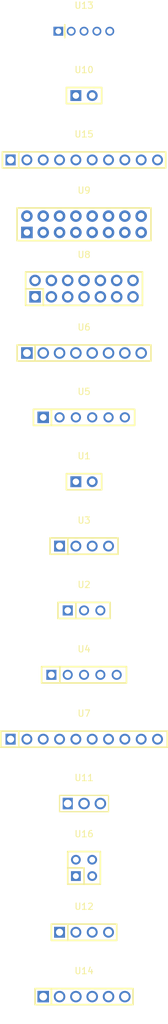
<source format=kicad_pcb>
(kicad_pcb (version 20241229) (generator "atopile") (generator_version "0.3.24")
  (layers (0 "F.Cu" signal) (31 "B.Cu" signal) (34 "B.Paste" user) (35 "F.Paste" user) (36 "B.SilkS" user "B.Silkscreen") (37 "F.SilkS" user "F.Silkscreen") (38 "B.Mask" user) (39 "F.Mask" user) (44 "Edge.Cuts" user))
  (net 0 "")
  (net 1 "female_1x10p_th-net-7")
  (net 2 "female_1x5p_th-net")
  (net 3 "male_1x3p_th-net-1")
  (net 4 "male_1x5p_th-net")
  (net 5 "female_2x8p_th-net-5")
  (net 6 "female_1x10p_th-net-2")
  (net 7 "female_2x7p_th-net-4")
  (net 8 "female_2x7p_th-net-13")
  (net 9 "male_1x10p_th-net-5")
  (net 10 "female_2x8p_th-net-4")
  (net 11 "male_1x6p_th-net")
  (net 12 "female_1x3p_th-net")
  (net 13 "male_1x10p_th-net")
  (net 14 "male_2x2p_th-net-2")
  (net 15 "female_1x8p_th-net")
  (net 16 "male_1x10p_th-net-1")
  (net 17 "female_2x7p_th-net-1")
  (net 18 "male_1x6p_th-net-1")
  (net 19 "female_2x7p_th-net")
  (net 20 "female_2x8p_th-net-9")
  (net 21 "male_1x6p_th-net-4")
  (net 22 "female_2x8p_th-net-7")
  (net 23 "female_1x4p_th-net-1")
  (net 24 "female_2x7p_th-net-2")
  (net 25 "male_1x5p_th-net-2")
  (net 26 "female_2x7p_th-net-6")
  (net 27 "male_1x6p_th-net-2")
  (net 28 "male_1x10p_th-net-9")
  (net 29 "female_2x7p_th-net-12")
  (net 30 "female_1x10p_th-net-9")
  (net 31 "female_1x5p_th-net-4")
  (net 32 "female_1x10p_th-net")
  (net 33 "male_1x10p_th-net-7")
  (net 34 "male_1x4p_th-net-1")
  (net 35 "female_1x5p_th-net-2")
  (net 36 "female_1x2p_th-net")
  (net 37 "male_1x10p_th-net-8")
  (net 38 "female_2x8p_th-net-3")
  (net 39 "male_1x5p_th-net-4")
  (net 40 "male_1x10p_th-net-6")
  (net 41 "female_1x4p_th-net-2")
  (net 42 "female_2x8p_th-net-6")
  (net 43 "female_2x8p_th-net-11")
  (net 44 "female_1x6p_th-net-5")
  (net 45 "male_2x2p_th-net-3")
  (net 46 "female_2x8p_th-net-8")
  (net 47 "female_2x7p_th-net-3")
  (net 48 "female_2x7p_th-net-11")
  (net 49 "female_2x8p_th-net-13")
  (net 50 "male_1x6p_th-net-5")
  (net 51 "male_1x3p_th-net")
  (net 52 "female_2x8p_th-net-1")
  (net 53 "female_1x5p_th-net-3")
  (net 54 "female_1x6p_th-net-2")
  (net 55 "female_1x8p_th-net-3")
  (net 56 "female_1x2p_th-net-1")
  (net 57 "male_1x4p_th-net")
  (net 58 "female_1x8p_th-net-5")
  (net 59 "male_1x4p_th-net-2")
  (net 60 "female_2x8p_th-net-2")
  (net 61 "female_1x5p_th-net-1")
  (net 62 "female_1x8p_th-net-1")
  (net 63 "female_1x8p_th-net-2")
  (net 64 "male_2x2p_th-net")
  (net 65 "female_1x6p_th-net")
  (net 66 "female_1x10p_th-net-1")
  (net 67 "female_1x10p_th-net-6")
  (net 68 "male_1x3p_th-net-2")
  (net 69 "female_1x3p_th-net-1")
  (net 70 "female_2x8p_th-net-15")
  (net 71 "male_1x10p_th-net-3")
  (net 72 "female_1x4p_th-net")
  (net 73 "male_1x5p_th-net-3")
  (net 74 "female_1x6p_th-net-1")
  (net 75 "female_2x8p_th-net-10")
  (net 76 "female_1x10p_th-net-3")
  (net 77 "female_1x3p_th-net-2")
  (net 78 "female_1x10p_th-net-5")
  (net 79 "male_1x5p_th-net-1")
  (net 80 "female_2x7p_th-net-8")
  (net 81 "male_1x10p_th-net-2")
  (net 82 "male_1x2p_th-net")
  (net 83 "female_1x10p_th-net-4")
  (net 84 "male_1x2p_th-net-1")
  (net 85 "male_2x2p_th-net-1")
  (net 86 "female_1x6p_th-net-3")
  (net 87 "female_2x7p_th-net-7")
  (net 88 "male_1x6p_th-net-3")
  (net 89 "female_1x8p_th-net-4")
  (net 90 "female_2x7p_th-net-5")
  (net 91 "female_2x7p_th-net-10")
  (net 92 "female_2x7p_th-net-9")
  (net 93 "female_2x8p_th-net-12")
  (net 94 "female_1x8p_th-net-6")
  (net 95 "female_1x10p_th-net-8")
  (net 96 "male_1x10p_th-net-4")
  (net 97 "female_1x4p_th-net-3")
  (net 98 "male_1x4p_th-net-3")
  (net 99 "female_2x8p_th-net-14")
  (net 100 "female_1x6p_th-net-4")
  (net 101 "female_1x8p_th-net-7")
  (net 102 "female_2x8p_th-net")
  (footprint "atopile:HDR-TH_6P-P2.54-V-M-1-857419" (layer "F.Cu") (at 0 0 0)
    (property "Reference" "U14" (at 0 -4 0) (layer "F.SilkS") (hide no))
    (property "Value" "")
    (fp_line (start 7.62 -1.25) (end -7.62 -1.25) (stroke (width 0.25)) (layer "F.SilkS"))
    (fp_line (start -7.62 1.25) (end 7.62 1.25) (stroke (width 0.25)) (layer "F.SilkS"))
    (fp_line (start 7.62 -1.25) (end 7.62 1.25) (stroke (width 0.25)) (layer "F.SilkS"))
    (fp_line (start -7.62 -1.25) (end -7.62 1.25) (stroke (width 0.25)) (layer "F.SilkS"))
    (fp_line (start -5.08 -1.25) (end -5.08 1.25) (stroke (width 0.25)) (layer "F.SilkS"))
    (fp_text user "${REFERENCE}" (at 0 -4 0) (layer "F.SilkS"))
    (pad "6" thru_hole circle (at 6.35 0 0) (size 1.8 1.8) (drill 1.1999975999999999) (layers "*.Cu" "*.Mask") (net 11 "male_1x6p_th-net"))
    (pad "5" thru_hole circle (at 3.81 0 0) (size 1.8 1.8) (drill 1.1999975999999999) (layers "*.Cu" "*.Mask") (net 27 "male_1x6p_th-net-2"))
    (pad "4" thru_hole circle (at 1.27 0 0) (size 1.8 1.8) (drill 1.1999975999999999) (layers "*.Cu" "*.Mask") (net 50 "male_1x6p_th-net-5"))
    (pad "3" thru_hole circle (at -1.27 0 0) (size 1.8 1.8) (drill 1.1999975999999999) (layers "*.Cu" "*.Mask") (net 21 "male_1x6p_th-net-4"))
    (pad "2" thru_hole circle (at -3.81 0 0) (size 1.8 1.8) (drill 1.1999975999999999) (layers "*.Cu" "*.Mask") (net 18 "male_1x6p_th-net-1"))
    (pad "1" thru_hole rect (at -6.35 0 0) (size 1.8 1.8) (drill 1.1999975999999999) (layers "*.Cu" "*.Mask") (net 88 "male_1x6p_th-net-3"))
  )
  (footprint "atopile:HDR-TH_4P-P2.54-V-M-a1c5d6" (layer "F.Cu") (at 0 -10 0)
    (property "Reference" "U12" (at 0 -4 0) (layer "F.SilkS") (hide no))
    (property "Value" "")
    (fp_line (start -2.52 -1.27) (end 5.08 -1.27) (stroke (width 0.25)) (layer "F.SilkS"))
    (fp_line (start 5.08 -1.27) (end 5.08 1.27) (stroke (width 0.25)) (layer "F.SilkS"))
    (fp_line (start 5.08 1.27) (end -5.08 1.27) (stroke (width 0.25)) (layer "F.SilkS"))
    (fp_line (start -5.08 1.27) (end -5.08 -1.27) (stroke (width 0.25)) (layer "F.SilkS"))
    (fp_line (start -5.08 -1.27) (end -2.52 -1.27) (stroke (width 0.25)) (layer "F.SilkS"))
    (fp_line (start -2.52 -1.27) (end -2.52 1.27) (stroke (width 0.25)) (layer "F.SilkS"))
    (fp_text user "${REFERENCE}" (at 0 -4 0) (layer "F.SilkS"))
    (pad "1" thru_hole rect (at -3.81 0 0) (size 1.7 1.7) (drill 1.1000231999999999) (layers "*.Cu" "*.Mask") (net 59 "male_1x4p_th-net-2"))
    (pad "2" thru_hole circle (at -1.27 0 0) (size 1.7 1.7) (drill 1.1000231999999999) (layers "*.Cu" "*.Mask") (net 57 "male_1x4p_th-net"))
    (pad "3" thru_hole circle (at 1.27 0 0) (size 1.7 1.7) (drill 1.1000231999999999) (layers "*.Cu" "*.Mask") (net 34 "male_1x4p_th-net-1"))
    (pad "4" thru_hole circle (at 3.81 0 0) (size 1.7 1.7) (drill 1.1000231999999999) (layers "*.Cu" "*.Mask") (net 98 "male_1x4p_th-net-3"))
  )
  (footprint "atopile:HDR-TH_4P-P2.54-V-M-R2-C2-S2.54-1-6face6" (layer "F.Cu") (at 0 -20 0)
    (property "Reference" "U16" (at 0 -5.27 0) (layer "F.SilkS") (hide no))
    (property "Value" "")
    (fp_line (start -2.54 -2.54) (end 2.54 -2.54) (stroke (width 0.25)) (layer "F.SilkS"))
    (fp_line (start 2.54 -2.54) (end 2.54 2.54) (stroke (width 0.25)) (layer "F.SilkS"))
    (fp_line (start 2.54 2.54) (end -2.54 2.54) (stroke (width 0.25)) (layer "F.SilkS"))
    (fp_line (start -2.54 2.54) (end -2.54 -2.54) (stroke (width 0.25)) (layer "F.SilkS"))
    (fp_line (start -2.54 0) (end 0 0) (stroke (width 0.25)) (layer "F.SilkS"))
    (fp_line (start 0 0) (end 0 2.54) (stroke (width 0.25)) (layer "F.SilkS"))
    (fp_text user "${REFERENCE}" (at 0 -5.27 0) (layer "F.SilkS"))
    (pad "1" thru_hole rect (at -1.27 1.27 0) (size 1.52 1.52) (drill 0.9144) (layers "*.Cu" "*.Mask") (net 85 "male_2x2p_th-net-1"))
    (pad "2" thru_hole circle (at -1.27 -1.27 0) (size 1.52 1.52) (drill 0.9144) (layers "*.Cu" "*.Mask") (net 14 "male_2x2p_th-net-2"))
    (pad "3" thru_hole circle (at 1.27 1.27 0) (size 1.52 1.52) (drill 0.9144) (layers "*.Cu" "*.Mask") (net 64 "male_2x2p_th-net"))
    (pad "4" thru_hole circle (at 1.27 -1.27 0) (size 1.52 1.52) (drill 0.9144) (layers "*.Cu" "*.Mask") (net 45 "male_2x2p_th-net-3"))
  )
  (footprint "atopile:HDR-TH_3P-P2.54-V-M-1-04b1f3" (layer "F.Cu") (at 0 -30 0)
    (property "Reference" "U11" (at 0 -4 0) (layer "F.SilkS") (hide no))
    (property "Value" "")
    (fp_line (start -1.9 -1.27) (end -3.81 -1.27) (stroke (width 0.2)) (layer "F.SilkS"))
    (fp_line (start -3.81 -1.27) (end -3.81 1.27) (stroke (width 0.2)) (layer "F.SilkS"))
    (fp_line (start -3.81 1.27) (end 3.81 1.27) (stroke (width 0.2)) (layer "F.SilkS"))
    (fp_line (start 3.81 1.27) (end 3.81 -1.27) (stroke (width 0.2)) (layer "F.SilkS"))
    (fp_line (start 3.81 -1.27) (end -1.9 -1.27) (stroke (width 0.2)) (layer "F.SilkS"))
    (fp_text user "${REFERENCE}" (at 0 -4 0) (layer "F.SilkS"))
    (pad "3" thru_hole circle (at 2.54 0 0) (size 1.8 1.8) (drill 1.1999975999999999) (layers "*.Cu" "*.Mask") (net 3 "male_1x3p_th-net-1"))
    (pad "2" thru_hole circle (at 0 0 0) (size 1.8 1.8) (drill 1.1999975999999999) (layers "*.Cu" "*.Mask") (net 51 "male_1x3p_th-net"))
    (pad "1" thru_hole rect (at -2.54 0 0) (size 1.57 1.8) (drill 1.1999975999999999) (layers "*.Cu" "*.Mask") (net 68 "male_1x3p_th-net-2"))
  )
  (footprint "atopile:HDR-TH_10P-P2.54-V-F-f96416" (layer "F.Cu") (at 0 -40 0)
    (property "Reference" "U7" (at 0 -4 0) (layer "F.SilkS") (hide no))
    (property "Value" "")
    (fp_line (start -10.16 -1.25) (end -10.16 1.25) (stroke (width 0.25)) (layer "F.SilkS"))
    (fp_line (start -12.95 1.25) (end 12.95 1.25) (stroke (width 0.25)) (layer "F.SilkS"))
    (fp_line (start -12.95 -1.25) (end -12.95 1.25) (stroke (width 0.25)) (layer "F.SilkS"))
    (fp_line (start 12.95 -1.25) (end -12.95 -1.25) (stroke (width 0.25)) (layer "F.SilkS"))
    (fp_line (start 12.95 1.25) (end 12.95 -1.25) (stroke (width 0.25)) (layer "F.SilkS"))
    (fp_text user "${REFERENCE}" (at 0 -4 0) (layer "F.SilkS"))
    (pad "10" thru_hole circle (at 11.43 0 0) (size 1.7 1.7) (drill 1.1000231999999999) (layers "*.Cu" "*.Mask") (net 78 "female_1x10p_th-net-5"))
    (pad "9" thru_hole circle (at 8.89 0 0) (size 1.7 1.7) (drill 1.1000231999999999) (layers "*.Cu" "*.Mask") (net 30 "female_1x10p_th-net-9"))
    (pad "8" thru_hole circle (at 6.35 0 0) (size 1.7 1.7) (drill 1.1000231999999999) (layers "*.Cu" "*.Mask") (net 6 "female_1x10p_th-net-2"))
    (pad "7" thru_hole circle (at 3.81 0 0) (size 1.7 1.7) (drill 1.1000231999999999) (layers "*.Cu" "*.Mask") (net 32 "female_1x10p_th-net"))
    (pad "6" thru_hole circle (at 1.27 0 0) (size 1.7 1.7) (drill 1.1000231999999999) (layers "*.Cu" "*.Mask") (net 1 "female_1x10p_th-net-7"))
    (pad "5" thru_hole circle (at -1.27 0 0) (size 1.7 1.7) (drill 1.1000231999999999) (layers "*.Cu" "*.Mask") (net 66 "female_1x10p_th-net-1"))
    (pad "4" thru_hole circle (at -3.81 0 0) (size 1.7 1.7) (drill 1.1000231999999999) (layers "*.Cu" "*.Mask") (net 67 "female_1x10p_th-net-6"))
    (pad "3" thru_hole circle (at -6.35 0 0) (size 1.7 1.7) (drill 1.1000231999999999) (layers "*.Cu" "*.Mask") (net 83 "female_1x10p_th-net-4"))
    (pad "2" thru_hole circle (at -8.89 0 0) (size 1.7 1.7) (drill 1.1000231999999999) (layers "*.Cu" "*.Mask") (net 76 "female_1x10p_th-net-3"))
    (pad "1" thru_hole rect (at -11.43 0 0) (size 1.57 1.7) (drill 1.1000231999999999) (layers "*.Cu" "*.Mask") (net 95 "female_1x10p_th-net-8"))
  )
  (footprint "atopile:HDR-TH_5P-P2.54-V-F-083574" (layer "F.Cu") (at 0 -50 0)
    (property "Reference" "U4" (at 0 -4 0) (layer "F.SilkS") (hide no))
    (property "Value" "")
    (fp_line (start 6.6 -1.27) (end -6.6 -1.27) (stroke (width 0.25)) (layer "F.SilkS"))
    (fp_line (start -6.6 -1.27) (end -6.6 1.27) (stroke (width 0.25)) (layer "F.SilkS"))
    (fp_line (start -6.6 1.27) (end 6.6 1.27) (stroke (width 0.25)) (layer "F.SilkS"))
    (fp_line (start 6.6 1.27) (end 6.6 -1.27) (stroke (width 0.25)) (layer "F.SilkS"))
    (fp_line (start -3.76 -1.27) (end -3.76 1.27) (stroke (width 0.25)) (layer "F.SilkS"))
    (fp_text user "${REFERENCE}" (at 0 -4 0) (layer "F.SilkS"))
    (pad "5" thru_hole circle (at 5.08 0 0) (size 1.57 1.57) (drill 1.0200131999999997) (layers "*.Cu" "*.Mask") (net 2 "female_1x5p_th-net"))
    (pad "4" thru_hole circle (at 2.54 0 0) (size 1.57 1.57) (drill 1.0200131999999997) (layers "*.Cu" "*.Mask") (net 53 "female_1x5p_th-net-3"))
    (pad "3" thru_hole circle (at 0 0 0) (size 1.57 1.57) (drill 1.0200131999999997) (layers "*.Cu" "*.Mask") (net 31 "female_1x5p_th-net-4"))
    (pad "2" thru_hole circle (at -2.54 0 0) (size 1.57 1.57) (drill 1.0200131999999997) (layers "*.Cu" "*.Mask") (net 35 "female_1x5p_th-net-2"))
    (pad "1" thru_hole rect (at -5.08 0 0) (size 1.57 1.57) (drill 1.0200131999999997) (layers "*.Cu" "*.Mask") (net 61 "female_1x5p_th-net-1"))
  )
  (footprint "atopile:HDR-TH_3P-P2.54-V-F-d90100" (layer "F.Cu") (at 0 -60 0)
    (property "Reference" "U2" (at 0 -4 0) (layer "F.SilkS") (hide no))
    (property "Value" "")
    (fp_line (start -1.27 -1.25) (end -1.27 1.25) (stroke (width 0.25)) (layer "F.SilkS"))
    (fp_line (start -4.06 1.25) (end 4.06 1.25) (stroke (width 0.25)) (layer "F.SilkS"))
    (fp_line (start -4.06 -1.25) (end -4.06 1.25) (stroke (width 0.25)) (layer "F.SilkS"))
    (fp_line (start 4.06 -1.25) (end -4.06 -1.25) (stroke (width 0.25)) (layer "F.SilkS"))
    (fp_line (start 4.06 1.25) (end 4.06 -1.25) (stroke (width 0.25)) (layer "F.SilkS"))
    (fp_text user "${REFERENCE}" (at 0 -4 0) (layer "F.SilkS"))
    (pad "3" thru_hole circle (at 2.54 0 0) (size 1.57 1.57) (drill 1.0200131999999997) (layers "*.Cu" "*.Mask") (net 12 "female_1x3p_th-net"))
    (pad "2" thru_hole circle (at 0 0 0) (size 1.57 1.57) (drill 1.0200131999999997) (layers "*.Cu" "*.Mask") (net 77 "female_1x3p_th-net-2"))
    (pad "1" thru_hole rect (at -2.54 0 0) (size 1.57 1.57) (drill 1.0200131999999997) (layers "*.Cu" "*.Mask") (net 69 "female_1x3p_th-net-1"))
  )
  (footprint "atopile:HDR-TH_4P-P2.54-V-F-52ec82" (layer "F.Cu") (at 0 -70 0)
    (property "Reference" "U3" (at 0 -4 0) (layer "F.SilkS") (hide no))
    (property "Value" "")
    (fp_line (start 5.29 -1.27) (end 5.29 1.27) (stroke (width 0.25)) (layer "F.SilkS"))
    (fp_line (start -5.29 -1.27) (end 5.29 -1.27) (stroke (width 0.25)) (layer "F.SilkS"))
    (fp_line (start -2.52 -1.27) (end -2.52 1.27) (stroke (width 0.25)) (layer "F.SilkS"))
    (fp_line (start -5.29 1.27) (end 5.29 1.27) (stroke (width 0.25)) (layer "F.SilkS"))
    (fp_line (start -5.29 -1.27) (end -5.29 1.27) (stroke (width 0.25)) (layer "F.SilkS"))
    (fp_text user "${REFERENCE}" (at 0 -4 0) (layer "F.SilkS"))
    (pad "1" thru_hole rect (at -3.81 0 0) (size 1.7 1.7) (drill 1.1000231999999999) (layers "*.Cu" "*.Mask") (net 23 "female_1x4p_th-net-1"))
    (pad "2" thru_hole circle (at -1.27 0 0) (size 1.7 1.7) (drill 1.1000231999999999) (layers "*.Cu" "*.Mask") (net 41 "female_1x4p_th-net-2"))
    (pad "3" thru_hole circle (at 1.27 0 0) (size 1.7 1.7) (drill 1.1000231999999999) (layers "*.Cu" "*.Mask") (net 72 "female_1x4p_th-net"))
    (pad "4" thru_hole circle (at 3.81 0 0) (size 1.7 1.7) (drill 1.1000231999999999) (layers "*.Cu" "*.Mask") (net 97 "female_1x4p_th-net-3"))
  )
  (footprint "atopile:HDR-TH_2P-P2.54-V-F-f60f0d" (layer "F.Cu") (at 0 -80 0)
    (property "Reference" "U1" (at 0 -4 0) (layer "F.SilkS") (hide no))
    (property "Value" "")
    (fp_line (start 2.74 -1.25) (end 2.74 1.25) (stroke (width 0.25)) (layer "F.SilkS"))
    (fp_line (start -2.74 -1.25) (end 2.74 -1.25) (stroke (width 0.25)) (layer "F.SilkS"))
    (fp_line (start -2.74 1.25) (end -2.74 -1.25) (stroke (width 0.25)) (layer "F.SilkS"))
    (fp_line (start 2.74 1.25) (end -2.74 1.25) (stroke (width 0.25)) (layer "F.SilkS"))
    (fp_text user "${REFERENCE}" (at 0 -4 0) (layer "F.SilkS"))
    (pad "1" thru_hole rect (at -1.27 0 0) (size 1.7 1.7) (drill 0.9999979999999999) (layers "*.Cu" "*.Mask") (net 36 "female_1x2p_th-net"))
    (pad "2" thru_hole circle (at 1.27 0 0) (size 1.7 1.7) (drill 0.9999979999999999) (layers "*.Cu" "*.Mask") (net 56 "female_1x2p_th-net-1"))
  )
  (footprint "atopile:HDR-TH_6P-P2.54-V-F-38f4e1" (layer "F.Cu") (at 0 -90 0)
    (property "Reference" "U5" (at 0 -4 0) (layer "F.SilkS") (hide no))
    (property "Value" "")
    (fp_line (start -5.08 -1.25) (end -5.08 1.25) (stroke (width 0.25)) (layer "F.SilkS"))
    (fp_line (start -7.87 1.25) (end 7.87 1.25) (stroke (width 0.25)) (layer "F.SilkS"))
    (fp_line (start -7.87 -1.25) (end -7.87 1.25) (stroke (width 0.25)) (layer "F.SilkS"))
    (fp_line (start 7.87 -1.25) (end -7.87 -1.25) (stroke (width 0.25)) (layer "F.SilkS"))
    (fp_line (start 7.87 1.25) (end 7.87 -1.25) (stroke (width 0.25)) (layer "F.SilkS"))
    (fp_text user "${REFERENCE}" (at 0 -4 0) (layer "F.SilkS"))
    (pad "6" thru_hole circle (at 6.35 0 0) (size 1.6 1.6) (drill 1.0200131999999997) (layers "*.Cu" "*.Mask") (net 86 "female_1x6p_th-net-3"))
    (pad "5" thru_hole circle (at 3.81 0 0) (size 1.6 1.6) (drill 1.0200131999999997) (layers "*.Cu" "*.Mask") (net 74 "female_1x6p_th-net-1"))
    (pad "4" thru_hole circle (at 1.27 0 0) (size 1.6 1.6) (drill 1.0200131999999997) (layers "*.Cu" "*.Mask") (net 100 "female_1x6p_th-net-4"))
    (pad "3" thru_hole circle (at -1.27 0 0) (size 1.6 1.6) (drill 1.0200131999999997) (layers "*.Cu" "*.Mask") (net 54 "female_1x6p_th-net-2"))
    (pad "2" thru_hole circle (at -3.81 0 0) (size 1.6 1.6) (drill 1.0200131999999997) (layers "*.Cu" "*.Mask") (net 65 "female_1x6p_th-net"))
    (pad "1" thru_hole rect (at -6.35 0 0) (size 1.8 1.8) (drill 1.0200131999999997) (layers "*.Cu" "*.Mask") (net 44 "female_1x6p_th-net-5"))
  )
  (footprint "atopile:HDR-TH_8P-P2.54-V-F-1-59922d" (layer "F.Cu") (at 0 -100 0)
    (property "Reference" "U6" (at 0 -4 0) (layer "F.SilkS") (hide no))
    (property "Value" "")
    (fp_line (start -7.62 -1.25) (end -7.62 1.25) (stroke (width 0.25)) (layer "F.SilkS"))
    (fp_line (start -10.41 1.25) (end 10.41 1.25) (stroke (width 0.25)) (layer "F.SilkS"))
    (fp_line (start -10.41 -1.25) (end -10.41 1.25) (stroke (width 0.25)) (layer "F.SilkS"))
    (fp_line (start 10.41 -1.25) (end -10.41 -1.25) (stroke (width 0.25)) (layer "F.SilkS"))
    (fp_line (start 10.41 1.25) (end 10.41 -1.25) (stroke (width 0.25)) (layer "F.SilkS"))
    (fp_text user "${REFERENCE}" (at 0 -4 0) (layer "F.SilkS"))
    (pad "1" thru_hole rect (at -8.89 0 0) (size 1.8 1.8) (drill 1.1999975999999999) (layers "*.Cu" "*.Mask") (net 58 "female_1x8p_th-net-5"))
    (pad "2" thru_hole circle (at -6.35 0 0) (size 1.8 1.8) (drill 1.1999975999999999) (layers "*.Cu" "*.Mask") (net 101 "female_1x8p_th-net-7"))
    (pad "3" thru_hole circle (at -3.81 0 0) (size 1.8 1.8) (drill 1.1999975999999999) (layers "*.Cu" "*.Mask") (net 94 "female_1x8p_th-net-6"))
    (pad "4" thru_hole circle (at -1.27 0 0) (size 1.8 1.8) (drill 1.1999975999999999) (layers "*.Cu" "*.Mask") (net 89 "female_1x8p_th-net-4"))
    (pad "5" thru_hole circle (at 1.27 0 0) (size 1.8 1.8) (drill 1.1999975999999999) (layers "*.Cu" "*.Mask") (net 55 "female_1x8p_th-net-3"))
    (pad "6" thru_hole circle (at 3.81 0 0) (size 1.8 1.8) (drill 1.1999975999999999) (layers "*.Cu" "*.Mask") (net 62 "female_1x8p_th-net-1"))
    (pad "7" thru_hole circle (at 6.35 0 0) (size 1.8 1.8) (drill 1.1999975999999999) (layers "*.Cu" "*.Mask") (net 15 "female_1x8p_th-net"))
    (pad "8" thru_hole circle (at 8.89 0 0) (size 1.8 1.8) (drill 1.1999975999999999) (layers "*.Cu" "*.Mask") (net 63 "female_1x8p_th-net-2"))
  )
  (footprint "atopile:HDR-TH_14P-P2.54-V-F-R2-C7-S2.54-1-a51b64" (layer "F.Cu") (at 0 -110 0)
    (property "Reference" "U8" (at 0 -5.27 0) (layer "F.SilkS") (hide no))
    (property "Value" "")
    (fp_line (start -9.09 -2.6) (end 9.09 -2.6) (stroke (width 0.25)) (layer "F.SilkS"))
    (fp_line (start 9.09 -2.6) (end 9.09 2.6) (stroke (width 0.25)) (layer "F.SilkS"))
    (fp_line (start 9.09 2.6) (end -9.09 2.6) (stroke (width 0.25)) (layer "F.SilkS"))
    (fp_line (start -9.09 2.6) (end -9.09 -2.6) (stroke (width 0.25)) (layer "F.SilkS"))
    (fp_line (start -6.33 0.03) (end -6.33 2.6) (stroke (width 0.25)) (layer "F.SilkS"))
    (fp_line (start -6.33 0.03) (end -9.09 0.03) (stroke (width 0.25)) (layer "F.SilkS"))
    (fp_text user "${REFERENCE}" (at 0 -5.27 0) (layer "F.SilkS"))
    (pad "1" thru_hole rect (at -7.62 1.27 0) (size 1.8 1.8) (drill 1.1000231999999999) (layers "*.Cu" "*.Mask") (net 17 "female_2x7p_th-net-1"))
    (pad "2" thru_hole circle (at -7.62 -1.27 0) (size 1.8 1.8) (drill 1.1000231999999999) (layers "*.Cu" "*.Mask") (net 26 "female_2x7p_th-net-6"))
    (pad "3" thru_hole circle (at -5.08 1.27 0) (size 1.8 1.8) (drill 1.1000231999999999) (layers "*.Cu" "*.Mask") (net 90 "female_2x7p_th-net-5"))
    (pad "4" thru_hole circle (at -5.08 -1.27 0) (size 1.8 1.8) (drill 1.1000231999999999) (layers "*.Cu" "*.Mask") (net 91 "female_2x7p_th-net-10"))
    (pad "5" thru_hole circle (at -2.54 1.27 0) (size 1.8 1.8) (drill 1.1000231999999999) (layers "*.Cu" "*.Mask") (net 92 "female_2x7p_th-net-9"))
    (pad "6" thru_hole circle (at -2.54 -1.27 0) (size 1.8 1.8) (drill 1.1000231999999999) (layers "*.Cu" "*.Mask") (net 47 "female_2x7p_th-net-3"))
    (pad "7" thru_hole circle (at 0 1.27 0) (size 1.8 1.8) (drill 1.1000231999999999) (layers "*.Cu" "*.Mask") (net 48 "female_2x7p_th-net-11"))
    (pad "8" thru_hole circle (at 0 -1.27 0) (size 1.8 1.8) (drill 1.1000231999999999) (layers "*.Cu" "*.Mask") (net 24 "female_2x7p_th-net-2"))
    (pad "9" thru_hole circle (at 2.54 1.27 0) (size 1.8 1.8) (drill 1.1000231999999999) (layers "*.Cu" "*.Mask") (net 80 "female_2x7p_th-net-8"))
    (pad "10" thru_hole circle (at 2.54 -1.27 0) (size 1.8 1.8) (drill 1.1000231999999999) (layers "*.Cu" "*.Mask") (net 19 "female_2x7p_th-net"))
    (pad "11" thru_hole circle (at 5.08 1.27 0) (size 1.8 1.8) (drill 1.1000231999999999) (layers "*.Cu" "*.Mask") (net 29 "female_2x7p_th-net-12"))
    (pad "12" thru_hole circle (at 5.08 -1.27 0) (size 1.8 1.8) (drill 1.1000231999999999) (layers "*.Cu" "*.Mask") (net 7 "female_2x7p_th-net-4"))
    (pad "13" thru_hole circle (at 7.62 1.27 0) (size 1.8 1.8) (drill 1.1000231999999999) (layers "*.Cu" "*.Mask") (net 87 "female_2x7p_th-net-7"))
    (pad "14" thru_hole circle (at 7.62 -1.27 0) (size 1.8 1.8) (drill 1.1000231999999999) (layers "*.Cu" "*.Mask") (net 8 "female_2x7p_th-net-13"))
  )
  (footprint "atopile:HDR-TH_16P-P2.54-V-F-R2-C8-S2.54-dc9d9b" (layer "F.Cu") (at 0 -120 0)
    (property "Reference" "U9" (at 0 -5.27 0) (layer "F.SilkS") (hide no))
    (property "Value" "")
    (fp_line (start -10.42 2.54) (end -10.42 -2.54) (stroke (width 0.25)) (layer "F.SilkS"))
    (fp_line (start -10.42 -2.54) (end 10.41 -2.54) (stroke (width 0.25)) (layer "F.SilkS"))
    (fp_line (start 10.41 -2.54) (end 10.41 2.54) (stroke (width 0.25)) (layer "F.SilkS"))
    (fp_line (start 10.41 2.54) (end -10.42 2.54) (stroke (width 0.25)) (layer "F.SilkS"))
    (fp_text user "${REFERENCE}" (at 0 -5.27 0) (layer "F.SilkS"))
    (pad "16" thru_hole circle (at 8.89 -1.27 0) (size 1.8 1.8) (drill 0.9999979999999999) (layers "*.Cu" "*.Mask") (net 93 "female_2x8p_th-net-12"))
    (pad "15" thru_hole circle (at 8.89 1.27 0) (size 1.8 1.8) (drill 0.9999979999999999) (layers "*.Cu" "*.Mask") (net 22 "female_2x8p_th-net-7"))
    (pad "14" thru_hole circle (at 6.35 -1.27 0) (size 1.8 1.8) (drill 0.9999979999999999) (layers "*.Cu" "*.Mask") (net 10 "female_2x8p_th-net-4"))
    (pad "13" thru_hole circle (at 6.35 1.27 0) (size 1.8 1.8) (drill 0.9999979999999999) (layers "*.Cu" "*.Mask") (net 38 "female_2x8p_th-net-3"))
    (pad "12" thru_hole circle (at 3.81 -1.27 0) (size 1.8 1.8) (drill 0.9999979999999999) (layers "*.Cu" "*.Mask") (net 5 "female_2x8p_th-net-5"))
    (pad "11" thru_hole circle (at 3.81 1.27 0) (size 1.8 1.8) (drill 0.9999979999999999) (layers "*.Cu" "*.Mask") (net 49 "female_2x8p_th-net-13"))
    (pad "10" thru_hole circle (at 1.27 -1.27 0) (size 1.8 1.8) (drill 0.9999979999999999) (layers "*.Cu" "*.Mask") (net 70 "female_2x8p_th-net-15"))
    (pad "9" thru_hole circle (at 1.27 1.27 0) (size 1.8 1.8) (drill 0.9999979999999999) (layers "*.Cu" "*.Mask") (net 42 "female_2x8p_th-net-6"))
    (pad "8" thru_hole circle (at -1.27 -1.27 0) (size 1.8 1.8) (drill 0.9999979999999999) (layers "*.Cu" "*.Mask") (net 52 "female_2x8p_th-net-1"))
    (pad "7" thru_hole circle (at -1.27 1.27 0) (size 1.8 1.8) (drill 0.9999979999999999) (layers "*.Cu" "*.Mask") (net 99 "female_2x8p_th-net-14"))
    (pad "6" thru_hole circle (at -3.81 -1.27 0) (size 1.8 1.8) (drill 0.9999979999999999) (layers "*.Cu" "*.Mask") (net 75 "female_2x8p_th-net-10"))
    (pad "5" thru_hole circle (at -3.81 1.27 0) (size 1.8 1.8) (drill 0.9999979999999999) (layers "*.Cu" "*.Mask") (net 102 "female_2x8p_th-net"))
    (pad "4" thru_hole circle (at -6.35 -1.27 0) (size 1.8 1.8) (drill 0.9999979999999999) (layers "*.Cu" "*.Mask") (net 20 "female_2x8p_th-net-9"))
    (pad "3" thru_hole circle (at -6.35 1.27 0) (size 1.8 1.8) (drill 0.9999979999999999) (layers "*.Cu" "*.Mask") (net 46 "female_2x8p_th-net-8"))
    (pad "2" thru_hole circle (at -8.89 -1.27 0) (size 1.8 1.8) (drill 0.9999979999999999) (layers "*.Cu" "*.Mask") (net 43 "female_2x8p_th-net-11"))
    (pad "1" thru_hole rect (at -8.89 1.27 0) (size 1.8 1.8) (drill 0.9999979999999999) (layers "*.Cu" "*.Mask") (net 60 "female_2x8p_th-net-2"))
  )
  (footprint "atopile:HDR-TH_10P-P2.54-V-M-1-8f32e9" (layer "F.Cu") (at 0 -130 0)
    (property "Reference" "U15" (at 0 -4 0) (layer "F.SilkS") (hide no))
    (property "Value" "")
    (fp_line (start -10.16 -1.25) (end -10.16 1.25) (stroke (width 0.25)) (layer "F.SilkS"))
    (fp_line (start 12.7 1.25) (end -12.7 1.25) (stroke (width 0.25)) (layer "F.SilkS"))
    (fp_line (start 12.7 1.25) (end 12.7 -1.25) (stroke (width 0.25)) (layer "F.SilkS"))
    (fp_line (start 12.7 -1.25) (end -12.7 -1.25) (stroke (width 0.25)) (layer "F.SilkS"))
    (fp_line (start -12.7 -1.25) (end -12.7 1.25) (stroke (width 0.25)) (layer "F.SilkS"))
    (fp_text user "${REFERENCE}" (at 0 -4 0) (layer "F.SilkS"))
    (pad "10" thru_hole circle (at 11.43 0 0) (size 1.7 1.7) (drill 1.1000231999999999) (layers "*.Cu" "*.Mask") (net 81 "male_1x10p_th-net-2"))
    (pad "9" thru_hole circle (at 8.89 0 0) (size 1.7 1.7) (drill 1.1000231999999999) (layers "*.Cu" "*.Mask") (net 37 "male_1x10p_th-net-8"))
    (pad "8" thru_hole circle (at 6.35 0 0) (size 1.7 1.7) (drill 1.1000231999999999) (layers "*.Cu" "*.Mask") (net 33 "male_1x10p_th-net-7"))
    (pad "7" thru_hole circle (at 3.81 0 0) (size 1.7 1.7) (drill 1.1000231999999999) (layers "*.Cu" "*.Mask") (net 9 "male_1x10p_th-net-5"))
    (pad "6" thru_hole circle (at 1.27 0 0) (size 1.7 1.7) (drill 1.1000231999999999) (layers "*.Cu" "*.Mask") (net 71 "male_1x10p_th-net-3"))
    (pad "5" thru_hole circle (at -1.27 0 0) (size 1.7 1.7) (drill 1.1000231999999999) (layers "*.Cu" "*.Mask") (net 96 "male_1x10p_th-net-4"))
    (pad "4" thru_hole circle (at -3.81 0 0) (size 1.7 1.7) (drill 1.1000231999999999) (layers "*.Cu" "*.Mask") (net 16 "male_1x10p_th-net-1"))
    (pad "3" thru_hole circle (at -6.35 0 0) (size 1.7 1.7) (drill 1.1000231999999999) (layers "*.Cu" "*.Mask") (net 28 "male_1x10p_th-net-9"))
    (pad "2" thru_hole circle (at -8.89 0 0) (size 1.7 1.7) (drill 1.1000231999999999) (layers "*.Cu" "*.Mask") (net 40 "male_1x10p_th-net-6"))
    (pad "1" thru_hole rect (at -11.43 0 0) (size 1.57 1.7) (drill 1.1000231999999999) (layers "*.Cu" "*.Mask") (net 13 "male_1x10p_th-net"))
  )
  (footprint "atopile:HDR-TH_2P-P2.54-V-F-f60f0d" (layer "F.Cu") (at 0 -140 0)
    (property "Reference" "U10" (at 0 -4 0) (layer "F.SilkS") (hide no))
    (property "Value" "")
    (fp_line (start 2.74 -1.25) (end 2.74 1.25) (stroke (width 0.25)) (layer "F.SilkS"))
    (fp_line (start -2.74 -1.25) (end 2.74 -1.25) (stroke (width 0.25)) (layer "F.SilkS"))
    (fp_line (start -2.74 1.25) (end -2.74 -1.25) (stroke (width 0.25)) (layer "F.SilkS"))
    (fp_line (start 2.74 1.25) (end -2.74 1.25) (stroke (width 0.25)) (layer "F.SilkS"))
    (fp_text user "${REFERENCE}" (at 0 -4 0) (layer "F.SilkS"))
    (pad "1" thru_hole rect (at -1.27 0 0) (size 1.7 1.7) (drill 0.9999979999999999) (layers "*.Cu" "*.Mask") (net 82 "male_1x2p_th-net"))
    (pad "2" thru_hole circle (at 1.27 0 0) (size 1.7 1.7) (drill 0.9999979999999999) (layers "*.Cu" "*.Mask") (net 84 "male_1x2p_th-net-1"))
  )
  (footprint "atopile:HDR-TH_5P-P2.00-V-M-7aa7ab" (layer "F.Cu") (at 0 -150 0)
    (property "Reference" "U13" (at 0 -4 0) (layer "F.SilkS") (hide no))
    (property "Value" "")
    (fp_line (start -3 -1) (end -3 1) (stroke (width 0.25)) (layer "F.SilkS"))
    (fp_text user "${REFERENCE}" (at 0 -4 0) (layer "F.SilkS"))
    (pad "5" thru_hole circle (at 4 0 0) (size 1.4 1.4) (drill 0.9000235999999999) (layers "*.Cu" "*.Mask") (net 4 "male_1x5p_th-net"))
    (pad "4" thru_hole circle (at 2 0 0) (size 1.4 1.4) (drill 0.9000235999999999) (layers "*.Cu" "*.Mask") (net 39 "male_1x5p_th-net-4"))
    (pad "3" thru_hole circle (at 0 0 0) (size 1.4 1.4) (drill 0.9000235999999999) (layers "*.Cu" "*.Mask") (net 25 "male_1x5p_th-net-2"))
    (pad "2" thru_hole circle (at -2 0 0) (size 1.4 1.4) (drill 0.9000235999999999) (layers "*.Cu" "*.Mask") (net 79 "male_1x5p_th-net-1"))
    (pad "1" thru_hole rect (at -4 0 0) (size 1.52 1.4) (drill 0.9000235999999999) (layers "*.Cu" "*.Mask") (net 73 "male_1x5p_th-net-3"))
  )
)
</source>
